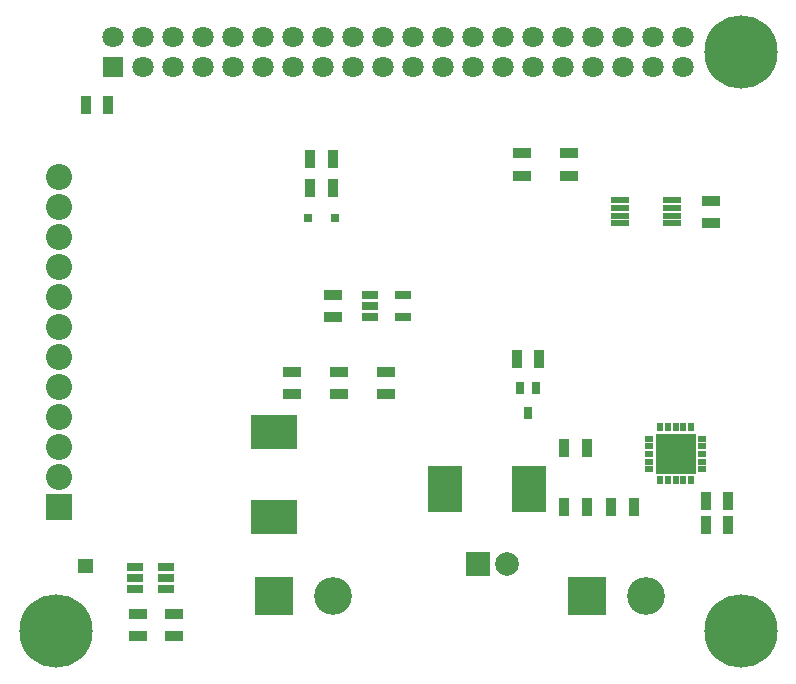
<source format=gts>
G04*
G04 #@! TF.GenerationSoftware,Altium Limited,CircuitStudio,1.5.2 (30)*
G04*
G04 Layer_Color=20142*
%FSLAX25Y25*%
%MOIN*%
G70*
G01*
G75*
%ADD45R,0.05918X0.03556*%
%ADD46R,0.03556X0.05918*%
%ADD47R,0.13740X0.13740*%
%ADD48R,0.02126X0.02717*%
%ADD49R,0.02717X0.02126*%
%ADD50R,0.05354X0.02992*%
%ADD51R,0.05276X0.02913*%
%ADD52R,0.15800X0.11800*%
%ADD53R,0.02729X0.02572*%
%ADD54R,0.02769X0.04737*%
G04:AMPARAMS|DCode=55|XSize=62.6mil|YSize=23.23mil|CornerRadius=7.19mil|HoleSize=0mil|Usage=FLASHONLY|Rotation=0.000|XOffset=0mil|YOffset=0mil|HoleType=Round|Shape=RoundedRectangle|*
%AMROUNDEDRECTD55*
21,1,0.06260,0.00886,0,0,0.0*
21,1,0.04823,0.02323,0,0,0.0*
1,1,0.01437,0.02411,-0.00443*
1,1,0.01437,-0.02411,-0.00443*
1,1,0.01437,-0.02411,0.00443*
1,1,0.01437,0.02411,0.00443*
%
%ADD55ROUNDEDRECTD55*%
%ADD56R,0.06260X0.02323*%
%ADD57R,0.11800X0.15800*%
%ADD58R,0.02769X0.03950*%
%ADD59C,0.03162*%
%ADD60C,0.12611*%
%ADD61R,0.12611X0.12611*%
%ADD62C,0.08674*%
%ADD63R,0.08674X0.08674*%
%ADD64C,0.24422*%
%ADD65C,0.07099*%
%ADD66R,0.07099X0.07099*%
%ADD67R,0.07887X0.07887*%
%ADD68C,0.07887*%
D45*
X424299Y687307D02*
D03*
Y694787D02*
D03*
X410520Y661717D02*
D03*
Y669197D02*
D03*
X550283Y726284D02*
D03*
Y718803D02*
D03*
X426268Y661717D02*
D03*
Y669197D02*
D03*
X442016D02*
D03*
Y661717D02*
D03*
X371150Y588488D02*
D03*
Y581008D02*
D03*
X359339D02*
D03*
Y588488D02*
D03*
X487291Y742031D02*
D03*
Y734551D02*
D03*
X503039Y742031D02*
D03*
Y734551D02*
D03*
D46*
X349299Y757976D02*
D03*
X341819D02*
D03*
X416622Y730417D02*
D03*
X424102D02*
D03*
Y740260D02*
D03*
X416622D02*
D03*
X524496Y624118D02*
D03*
X517016D02*
D03*
X548512Y626087D02*
D03*
X555992D02*
D03*
Y618213D02*
D03*
X548512D02*
D03*
X501268Y643803D02*
D03*
X508748D02*
D03*
X501268Y624118D02*
D03*
X508748D02*
D03*
X493000Y673331D02*
D03*
X485520D02*
D03*
D47*
X538472Y641835D02*
D03*
D48*
Y650693D02*
D03*
X541032D02*
D03*
X543590D02*
D03*
X535913D02*
D03*
X533354D02*
D03*
X538472Y632976D02*
D03*
X535913D02*
D03*
X533354D02*
D03*
X541032D02*
D03*
X543590D02*
D03*
D49*
X547331Y641835D02*
D03*
Y639276D02*
D03*
Y636717D02*
D03*
Y644394D02*
D03*
Y646953D02*
D03*
X529614Y636717D02*
D03*
Y639276D02*
D03*
Y646953D02*
D03*
Y644394D02*
D03*
Y641835D02*
D03*
D50*
X368433Y600496D02*
D03*
Y604236D02*
D03*
Y596756D02*
D03*
X358118D02*
D03*
Y600496D02*
D03*
Y604236D02*
D03*
D51*
X436504Y691047D02*
D03*
Y687307D02*
D03*
Y694787D02*
D03*
X447528D02*
D03*
Y687307D02*
D03*
D52*
X404614Y620896D02*
D03*
Y648994D02*
D03*
D53*
X415874Y720575D02*
D03*
X424850D02*
D03*
D54*
X340441Y604433D02*
D03*
X342803D02*
D03*
D55*
X537291Y726382D02*
D03*
Y723823D02*
D03*
Y721264D02*
D03*
Y718705D02*
D03*
X519969D02*
D03*
Y721264D02*
D03*
Y723823D02*
D03*
D56*
Y726382D02*
D03*
D57*
X489530Y630023D02*
D03*
X461431D02*
D03*
D58*
X491819Y663685D02*
D03*
X486701D02*
D03*
X489260Y655417D02*
D03*
D59*
X542410Y637898D02*
D03*
X534535D02*
D03*
X538472D02*
D03*
X542410Y641835D02*
D03*
Y645772D02*
D03*
X538472D02*
D03*
X534535D02*
D03*
Y641835D02*
D03*
X538472D02*
D03*
D60*
X528630Y594591D02*
D03*
X424299D02*
D03*
D61*
X508945D02*
D03*
X404614D02*
D03*
D62*
X332764Y634236D02*
D03*
Y644236D02*
D03*
Y654236D02*
D03*
Y664236D02*
D03*
Y674236D02*
D03*
Y684236D02*
D03*
Y694236D02*
D03*
Y704236D02*
D03*
Y714236D02*
D03*
Y724236D02*
D03*
Y734236D02*
D03*
D63*
Y624236D02*
D03*
D64*
X560126Y775693D02*
D03*
X331780Y582780D02*
D03*
X560126D02*
D03*
D65*
X540953Y770693D02*
D03*
Y780693D02*
D03*
X510953Y770693D02*
D03*
Y780693D02*
D03*
X520953D02*
D03*
Y770693D02*
D03*
X530953Y780693D02*
D03*
Y770693D02*
D03*
X500953D02*
D03*
Y780693D02*
D03*
X490953Y770693D02*
D03*
Y780693D02*
D03*
X480953D02*
D03*
Y770693D02*
D03*
X420953D02*
D03*
Y780693D02*
D03*
X430953D02*
D03*
Y770693D02*
D03*
X440953Y780693D02*
D03*
Y770693D02*
D03*
X470953D02*
D03*
Y780693D02*
D03*
X460953Y770693D02*
D03*
Y780693D02*
D03*
X450953D02*
D03*
Y770693D02*
D03*
X390953D02*
D03*
Y780693D02*
D03*
X400953D02*
D03*
Y770693D02*
D03*
X410953Y780693D02*
D03*
Y770693D02*
D03*
X380953D02*
D03*
Y780693D02*
D03*
X370953Y770693D02*
D03*
Y780693D02*
D03*
X360953D02*
D03*
Y770693D02*
D03*
X350953Y780693D02*
D03*
D66*
Y770693D02*
D03*
D67*
X472528Y605221D02*
D03*
D68*
X482370D02*
D03*
M02*

</source>
